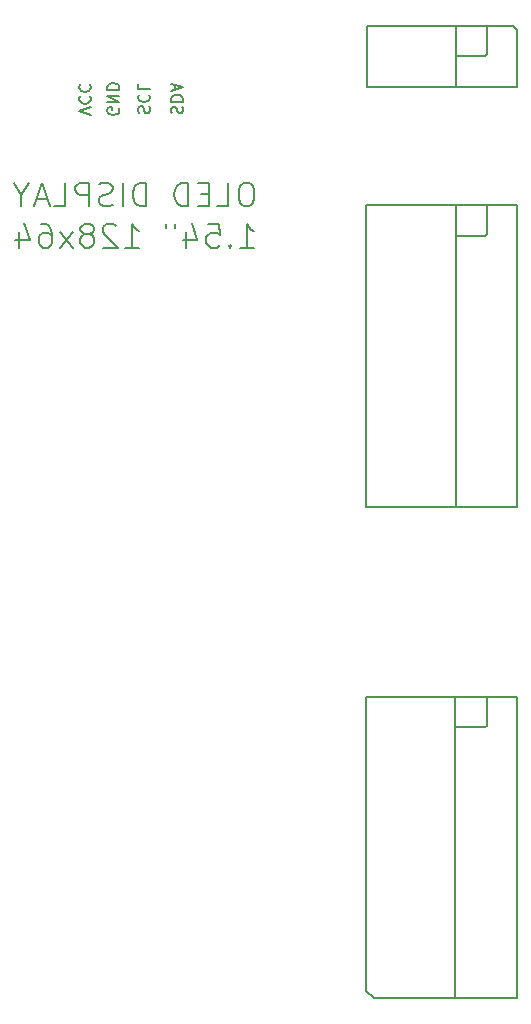
<source format=gbr>
G04 #@! TF.GenerationSoftware,KiCad,Pcbnew,(5.0.0)*
G04 #@! TF.CreationDate,2019-01-20T19:44:52-05:00*
G04 #@! TF.ProjectId,AVR_LCD 2.0,4156525F4C434420322E302E6B696361,rev?*
G04 #@! TF.SameCoordinates,Original*
G04 #@! TF.FileFunction,Legend,Bot*
G04 #@! TF.FilePolarity,Positive*
%FSLAX46Y46*%
G04 Gerber Fmt 4.6, Leading zero omitted, Abs format (unit mm)*
G04 Created by KiCad (PCBNEW (5.0.0)) date 01/20/19 19:44:52*
%MOMM*%
%LPD*%
G01*
G04 APERTURE LIST*
%ADD10C,0.200000*%
%ADD11C,0.150000*%
G04 APERTURE END LIST*
D10*
X112590000Y-56000000D02*
X112590000Y-53800000D01*
X112590000Y-56200000D02*
X112590000Y-56000000D01*
X112440000Y-56350000D02*
X112590000Y-56200000D01*
X112390000Y-56350000D02*
X112440000Y-56350000D01*
X109990000Y-56350000D02*
X112440000Y-56350000D01*
X109990000Y-59000000D02*
X109990000Y-53800000D01*
X115140000Y-54150000D02*
X114790000Y-53800000D01*
X115140000Y-59000000D02*
X115140000Y-54150000D01*
X102490000Y-53800000D02*
X102440000Y-53800000D01*
X102440000Y-55350000D02*
X102440000Y-53800000D01*
X114790000Y-53800000D02*
X102490000Y-53800000D01*
X102440000Y-59000000D02*
X102440000Y-55400000D01*
X115140000Y-59000000D02*
X102440000Y-59000000D01*
X109990000Y-94500000D02*
X109990000Y-71600000D01*
X112590000Y-71450000D02*
X112590000Y-69000000D01*
X112440000Y-71600000D02*
X112590000Y-71450000D01*
X109990000Y-71600000D02*
X112440000Y-71600000D01*
X109990000Y-69000000D02*
X109990000Y-71600000D01*
X115140000Y-69000000D02*
X102390000Y-69000000D01*
X115140000Y-94500000D02*
X115140000Y-69000000D01*
X102390000Y-70650000D02*
X102390000Y-70400000D01*
X102390000Y-70500000D02*
X102390000Y-69000000D01*
X102390000Y-94500000D02*
X102390000Y-70550000D01*
X115140000Y-94500000D02*
X102390000Y-94500000D01*
X112590000Y-113100000D02*
X112590000Y-110600000D01*
X112490000Y-113200000D02*
X112590000Y-113100000D01*
X109940000Y-113200000D02*
X112490000Y-113200000D01*
X109940000Y-136150000D02*
X109940000Y-110600000D01*
X115190000Y-136150000D02*
X109940000Y-136150000D01*
X115190000Y-110600000D02*
X115190000Y-136150000D01*
X110040000Y-110600000D02*
X115190000Y-110600000D01*
X102390000Y-110650000D02*
X102390000Y-110750000D01*
X102390000Y-110600000D02*
X102390000Y-110650000D01*
X110040000Y-110600000D02*
X102390000Y-110600000D01*
X102390000Y-135500000D02*
X102390000Y-110700000D01*
X103040000Y-136150000D02*
X102390000Y-135500000D01*
X109940000Y-136150000D02*
X103040000Y-136150000D01*
G04 #@! TO.C,U2*
D11*
X92443024Y-67074977D02*
X92062072Y-67074977D01*
X91871596Y-67170216D01*
X91681119Y-67360692D01*
X91585881Y-67741644D01*
X91585881Y-68408311D01*
X91681119Y-68789263D01*
X91871596Y-68979739D01*
X92062072Y-69074977D01*
X92443024Y-69074977D01*
X92633500Y-68979739D01*
X92823977Y-68789263D01*
X92919215Y-68408311D01*
X92919215Y-67741644D01*
X92823977Y-67360692D01*
X92633500Y-67170216D01*
X92443024Y-67074977D01*
X89776357Y-69074977D02*
X90728738Y-69074977D01*
X90728738Y-67074977D01*
X89109691Y-68027358D02*
X88443024Y-68027358D01*
X88157310Y-69074977D02*
X89109691Y-69074977D01*
X89109691Y-67074977D01*
X88157310Y-67074977D01*
X87300167Y-69074977D02*
X87300167Y-67074977D01*
X86823977Y-67074977D01*
X86538262Y-67170216D01*
X86347786Y-67360692D01*
X86252548Y-67551168D01*
X86157310Y-67932120D01*
X86157310Y-68217835D01*
X86252548Y-68598787D01*
X86347786Y-68789263D01*
X86538262Y-68979739D01*
X86823977Y-69074977D01*
X87300167Y-69074977D01*
X83776357Y-69074977D02*
X83776357Y-67074977D01*
X83300167Y-67074977D01*
X83014453Y-67170216D01*
X82823977Y-67360692D01*
X82728738Y-67551168D01*
X82633500Y-67932120D01*
X82633500Y-68217835D01*
X82728738Y-68598787D01*
X82823977Y-68789263D01*
X83014453Y-68979739D01*
X83300167Y-69074977D01*
X83776357Y-69074977D01*
X81776357Y-69074977D02*
X81776357Y-67074977D01*
X80919215Y-68979739D02*
X80633500Y-69074977D01*
X80157310Y-69074977D01*
X79966834Y-68979739D01*
X79871596Y-68884501D01*
X79776357Y-68694025D01*
X79776357Y-68503549D01*
X79871596Y-68313073D01*
X79966834Y-68217835D01*
X80157310Y-68122596D01*
X80538262Y-68027358D01*
X80728738Y-67932120D01*
X80823977Y-67836882D01*
X80919215Y-67646406D01*
X80919215Y-67455930D01*
X80823977Y-67265454D01*
X80728738Y-67170216D01*
X80538262Y-67074977D01*
X80062072Y-67074977D01*
X79776357Y-67170216D01*
X78919215Y-69074977D02*
X78919215Y-67074977D01*
X78157310Y-67074977D01*
X77966834Y-67170216D01*
X77871596Y-67265454D01*
X77776357Y-67455930D01*
X77776357Y-67741644D01*
X77871596Y-67932120D01*
X77966834Y-68027358D01*
X78157310Y-68122596D01*
X78919215Y-68122596D01*
X75966834Y-69074977D02*
X76919215Y-69074977D01*
X76919215Y-67074977D01*
X75395405Y-68503549D02*
X74443024Y-68503549D01*
X75585881Y-69074977D02*
X74919215Y-67074977D01*
X74252548Y-69074977D01*
X73204929Y-68122596D02*
X73204929Y-69074977D01*
X73871596Y-67074977D02*
X73204929Y-68122596D01*
X72538262Y-67074977D01*
X91728738Y-72574977D02*
X92871596Y-72574977D01*
X92300167Y-72574977D02*
X92300167Y-70574977D01*
X92490643Y-70860692D01*
X92681119Y-71051168D01*
X92871596Y-71146406D01*
X90871596Y-72384501D02*
X90776357Y-72479739D01*
X90871596Y-72574977D01*
X90966834Y-72479739D01*
X90871596Y-72384501D01*
X90871596Y-72574977D01*
X88966834Y-70574977D02*
X89919215Y-70574977D01*
X90014453Y-71527358D01*
X89919215Y-71432120D01*
X89728738Y-71336882D01*
X89252548Y-71336882D01*
X89062072Y-71432120D01*
X88966834Y-71527358D01*
X88871596Y-71717835D01*
X88871596Y-72194025D01*
X88966834Y-72384501D01*
X89062072Y-72479739D01*
X89252548Y-72574977D01*
X89728738Y-72574977D01*
X89919215Y-72479739D01*
X90014453Y-72384501D01*
X87157310Y-71241644D02*
X87157310Y-72574977D01*
X87633500Y-70479739D02*
X88109691Y-71908311D01*
X86871596Y-71908311D01*
X86204929Y-70574977D02*
X86204929Y-70955930D01*
X85443024Y-70574977D02*
X85443024Y-70955930D01*
X82014453Y-72574977D02*
X83157310Y-72574977D01*
X82585881Y-72574977D02*
X82585881Y-70574977D01*
X82776357Y-70860692D01*
X82966834Y-71051168D01*
X83157310Y-71146406D01*
X81252548Y-70765454D02*
X81157310Y-70670216D01*
X80966834Y-70574977D01*
X80490643Y-70574977D01*
X80300167Y-70670216D01*
X80204929Y-70765454D01*
X80109691Y-70955930D01*
X80109691Y-71146406D01*
X80204929Y-71432120D01*
X81347786Y-72574977D01*
X80109691Y-72574977D01*
X78966834Y-71432120D02*
X79157310Y-71336882D01*
X79252548Y-71241644D01*
X79347786Y-71051168D01*
X79347786Y-70955930D01*
X79252548Y-70765454D01*
X79157310Y-70670216D01*
X78966834Y-70574977D01*
X78585881Y-70574977D01*
X78395405Y-70670216D01*
X78300167Y-70765454D01*
X78204929Y-70955930D01*
X78204929Y-71051168D01*
X78300167Y-71241644D01*
X78395405Y-71336882D01*
X78585881Y-71432120D01*
X78966834Y-71432120D01*
X79157310Y-71527358D01*
X79252548Y-71622596D01*
X79347786Y-71813073D01*
X79347786Y-72194025D01*
X79252548Y-72384501D01*
X79157310Y-72479739D01*
X78966834Y-72574977D01*
X78585881Y-72574977D01*
X78395405Y-72479739D01*
X78300167Y-72384501D01*
X78204929Y-72194025D01*
X78204929Y-71813073D01*
X78300167Y-71622596D01*
X78395405Y-71527358D01*
X78585881Y-71432120D01*
X77538262Y-72574977D02*
X76490643Y-71241644D01*
X77538262Y-71241644D02*
X76490643Y-72574977D01*
X74871596Y-70574977D02*
X75252548Y-70574977D01*
X75443024Y-70670216D01*
X75538262Y-70765454D01*
X75728738Y-71051168D01*
X75823977Y-71432120D01*
X75823977Y-72194025D01*
X75728738Y-72384501D01*
X75633500Y-72479739D01*
X75443024Y-72574977D01*
X75062072Y-72574977D01*
X74871596Y-72479739D01*
X74776357Y-72384501D01*
X74681119Y-72194025D01*
X74681119Y-71717835D01*
X74776357Y-71527358D01*
X74871596Y-71432120D01*
X75062072Y-71336882D01*
X75443024Y-71336882D01*
X75633500Y-71432120D01*
X75728738Y-71527358D01*
X75823977Y-71717835D01*
X72966834Y-71241644D02*
X72966834Y-72574977D01*
X73443024Y-70479739D02*
X73919215Y-71908311D01*
X72681119Y-71908311D01*
X79087619Y-61333333D02*
X78087619Y-61000000D01*
X79087619Y-60666666D01*
X78182857Y-59761904D02*
X78135238Y-59809523D01*
X78087619Y-59952380D01*
X78087619Y-60047619D01*
X78135238Y-60190476D01*
X78230476Y-60285714D01*
X78325714Y-60333333D01*
X78516190Y-60380952D01*
X78659047Y-60380952D01*
X78849523Y-60333333D01*
X78944761Y-60285714D01*
X79040000Y-60190476D01*
X79087619Y-60047619D01*
X79087619Y-59952380D01*
X79040000Y-59809523D01*
X78992380Y-59761904D01*
X78182857Y-58761904D02*
X78135238Y-58809523D01*
X78087619Y-58952380D01*
X78087619Y-59047619D01*
X78135238Y-59190476D01*
X78230476Y-59285714D01*
X78325714Y-59333333D01*
X78516190Y-59380952D01*
X78659047Y-59380952D01*
X78849523Y-59333333D01*
X78944761Y-59285714D01*
X79040000Y-59190476D01*
X79087619Y-59047619D01*
X79087619Y-58952380D01*
X79040000Y-58809523D01*
X78992380Y-58761904D01*
X83135238Y-61190476D02*
X83087619Y-61047619D01*
X83087619Y-60809523D01*
X83135238Y-60714285D01*
X83182857Y-60666666D01*
X83278095Y-60619047D01*
X83373333Y-60619047D01*
X83468571Y-60666666D01*
X83516190Y-60714285D01*
X83563809Y-60809523D01*
X83611428Y-61000000D01*
X83659047Y-61095238D01*
X83706666Y-61142857D01*
X83801904Y-61190476D01*
X83897142Y-61190476D01*
X83992380Y-61142857D01*
X84040000Y-61095238D01*
X84087619Y-61000000D01*
X84087619Y-60761904D01*
X84040000Y-60619047D01*
X83182857Y-59619047D02*
X83135238Y-59666666D01*
X83087619Y-59809523D01*
X83087619Y-59904761D01*
X83135238Y-60047619D01*
X83230476Y-60142857D01*
X83325714Y-60190476D01*
X83516190Y-60238095D01*
X83659047Y-60238095D01*
X83849523Y-60190476D01*
X83944761Y-60142857D01*
X84040000Y-60047619D01*
X84087619Y-59904761D01*
X84087619Y-59809523D01*
X84040000Y-59666666D01*
X83992380Y-59619047D01*
X83087619Y-58714285D02*
X83087619Y-59190476D01*
X84087619Y-59190476D01*
X85935238Y-61214285D02*
X85887619Y-61071428D01*
X85887619Y-60833333D01*
X85935238Y-60738095D01*
X85982857Y-60690476D01*
X86078095Y-60642857D01*
X86173333Y-60642857D01*
X86268571Y-60690476D01*
X86316190Y-60738095D01*
X86363809Y-60833333D01*
X86411428Y-61023809D01*
X86459047Y-61119047D01*
X86506666Y-61166666D01*
X86601904Y-61214285D01*
X86697142Y-61214285D01*
X86792380Y-61166666D01*
X86840000Y-61119047D01*
X86887619Y-61023809D01*
X86887619Y-60785714D01*
X86840000Y-60642857D01*
X85887619Y-60214285D02*
X86887619Y-60214285D01*
X86887619Y-59976190D01*
X86840000Y-59833333D01*
X86744761Y-59738095D01*
X86649523Y-59690476D01*
X86459047Y-59642857D01*
X86316190Y-59642857D01*
X86125714Y-59690476D01*
X86030476Y-59738095D01*
X85935238Y-59833333D01*
X85887619Y-59976190D01*
X85887619Y-60214285D01*
X86173333Y-59261904D02*
X86173333Y-58785714D01*
X85887619Y-59357142D02*
X86887619Y-59023809D01*
X85887619Y-58690476D01*
X81440000Y-60761904D02*
X81487619Y-60857142D01*
X81487619Y-61000000D01*
X81440000Y-61142857D01*
X81344761Y-61238095D01*
X81249523Y-61285714D01*
X81059047Y-61333333D01*
X80916190Y-61333333D01*
X80725714Y-61285714D01*
X80630476Y-61238095D01*
X80535238Y-61142857D01*
X80487619Y-61000000D01*
X80487619Y-60904761D01*
X80535238Y-60761904D01*
X80582857Y-60714285D01*
X80916190Y-60714285D01*
X80916190Y-60904761D01*
X80487619Y-60285714D02*
X81487619Y-60285714D01*
X80487619Y-59714285D01*
X81487619Y-59714285D01*
X80487619Y-59238095D02*
X81487619Y-59238095D01*
X81487619Y-59000000D01*
X81440000Y-58857142D01*
X81344761Y-58761904D01*
X81249523Y-58714285D01*
X81059047Y-58666666D01*
X80916190Y-58666666D01*
X80725714Y-58714285D01*
X80630476Y-58761904D01*
X80535238Y-58857142D01*
X80487619Y-59000000D01*
X80487619Y-59238095D01*
G04 #@! TD*
M02*

</source>
